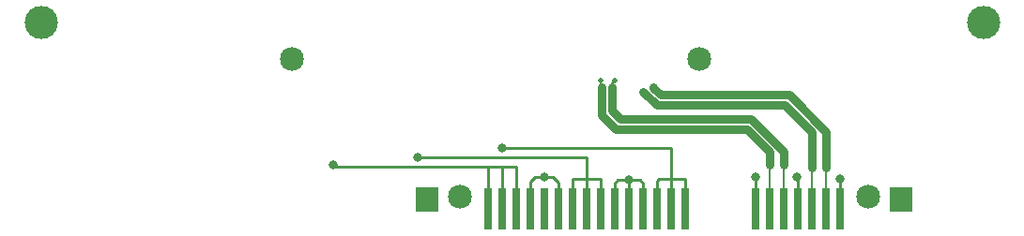
<source format=gbr>
%TF.GenerationSoftware,KiCad,Pcbnew,(5.1.9)-1*%
%TF.CreationDate,2021-04-07T17:32:18-07:00*%
%TF.ProjectId,driveCaddyAdapter,64726976-6543-4616-9464-794164617074,rev?*%
%TF.SameCoordinates,Original*%
%TF.FileFunction,Copper,L1,Top*%
%TF.FilePolarity,Positive*%
%FSLAX46Y46*%
G04 Gerber Fmt 4.6, Leading zero omitted, Abs format (unit mm)*
G04 Created by KiCad (PCBNEW (5.1.9)-1) date 2021-04-07 17:32:18*
%MOMM*%
%LPD*%
G01*
G04 APERTURE LIST*
%TA.AperFunction,ComponentPad*%
%ADD10C,3.000000*%
%TD*%
%TA.AperFunction,ComponentPad*%
%ADD11C,2.159000*%
%TD*%
%TA.AperFunction,SMDPad,CuDef*%
%ADD12R,0.660400X3.810000*%
%TD*%
%TA.AperFunction,SMDPad,CuDef*%
%ADD13R,2.159000X2.260600*%
%TD*%
%TA.AperFunction,ViaPad*%
%ADD14C,0.800000*%
%TD*%
%TA.AperFunction,ViaPad*%
%ADD15C,0.508000*%
%TD*%
%TA.AperFunction,Conductor*%
%ADD16C,0.250000*%
%TD*%
%TA.AperFunction,Conductor*%
%ADD17C,0.200000*%
%TD*%
%TA.AperFunction,Conductor*%
%ADD18C,0.770000*%
%TD*%
G04 APERTURE END LIST*
D10*
%TO.P,H2,1*%
%TO.N,GND*%
X274000000Y-67000000D03*
%TD*%
%TO.P,H1,1*%
%TO.N,GND*%
X189000000Y-67000000D03*
%TD*%
D11*
%TO.P,J2,26*%
%TO.N,N/C*%
X211599999Y-70299999D03*
%TO.P,J2,25*%
X248400001Y-70299999D03*
%TD*%
%TO.P,J1,26*%
%TO.N,N/C*%
X226799999Y-82762501D03*
%TO.P,J1,25*%
X263600001Y-82762501D03*
D12*
%TO.P,J1,22*%
%TO.N,12V*%
X229325025Y-83912501D03*
%TO.P,J1,21*%
X230595025Y-83912501D03*
%TO.P,J1,20*%
X231865025Y-83912501D03*
%TO.P,J1,19*%
%TO.N,GND*%
X233135025Y-83912501D03*
%TO.P,J1,18*%
%TO.N,Net-(J1-Pad18)*%
X234405025Y-83912501D03*
%TO.P,J1,17*%
%TO.N,GND*%
X235675025Y-83912501D03*
%TO.P,J1,16*%
%TO.N,5V*%
X236945025Y-83912501D03*
%TO.P,J1,15*%
X238215025Y-83912501D03*
%TO.P,J1,14*%
X239485025Y-83912501D03*
%TO.P,J1,13*%
%TO.N,GND*%
X240755025Y-83912501D03*
%TO.P,J1,12*%
X242025025Y-83912501D03*
%TO.P,J1,11*%
X243295025Y-83912501D03*
%TO.P,J1,10*%
%TO.N,3.3V*%
X244565025Y-83912501D03*
%TO.P,J1,9*%
X245835025Y-83912501D03*
%TO.P,J1,8*%
X247105025Y-83912501D03*
%TO.P,J1,7*%
%TO.N,GND*%
X253455025Y-83912501D03*
%TO.P,J1,6*%
%TO.N,B+*%
X254725025Y-83912501D03*
%TO.P,J1,5*%
%TO.N,B-*%
X255995025Y-83912501D03*
%TO.P,J1,4*%
%TO.N,GND*%
X257265025Y-83912501D03*
%TO.P,J1,3*%
%TO.N,A-*%
X258535025Y-83912501D03*
%TO.P,J1,2*%
%TO.N,A+*%
X259805025Y-83912501D03*
%TO.P,J1,1*%
%TO.N,GND*%
X261075025Y-83912501D03*
D13*
%TO.P,J1,24*%
%TO.N,Net-(J1-Pad24)*%
X223850005Y-83062500D03*
%TO.P,J1,23*%
%TO.N,Net-(J1-Pad23)*%
X266549995Y-83062500D03*
%TD*%
D14*
%TO.N,12V*%
X215392000Y-79883000D03*
%TO.N,GND*%
X234442000Y-81026000D03*
X242062000Y-81280000D03*
X253492000Y-81026000D03*
X257175000Y-81026000D03*
X261112000Y-81153000D03*
%TO.N,5V*%
X223012000Y-79248000D03*
%TO.N,3.3V*%
X230632000Y-78359000D03*
D15*
%TO.N,B+*%
X239522000Y-72263000D03*
%TO.N,B-*%
X240792000Y-72263000D03*
%TO.N,A-*%
X243307079Y-73271315D03*
%TO.N,A+*%
X244229479Y-72889243D03*
%TD*%
D16*
%TO.N,12V*%
X229325025Y-83912501D02*
X229325025Y-80046975D01*
X230595025Y-83912501D02*
X230595025Y-80046975D01*
X231865025Y-83912501D02*
X231865025Y-80046975D01*
X231865025Y-80046975D02*
X230595025Y-80046975D01*
X229325025Y-80046975D02*
X230595025Y-80046975D01*
X215555975Y-80046975D02*
X215392000Y-79883000D01*
X229325025Y-80046975D02*
X215555975Y-80046975D01*
%TO.N,GND*%
X235675025Y-83912501D02*
X235675025Y-82386025D01*
X235675025Y-81497025D02*
X235675025Y-83912501D01*
X235204000Y-81026000D02*
X235675025Y-81497025D01*
X233553000Y-81026000D02*
X234442000Y-81026000D01*
X233135025Y-81443975D02*
X233553000Y-81026000D01*
X233135025Y-83912501D02*
X233135025Y-81443975D01*
X234442000Y-81026000D02*
X235204000Y-81026000D01*
X240755025Y-83912501D02*
X240755025Y-81570975D01*
X243295025Y-83912501D02*
X243295025Y-81570975D01*
X243295025Y-81570975D02*
X243004050Y-81280000D01*
X241046000Y-81280000D02*
X240755025Y-81570975D01*
X242025025Y-81316975D02*
X242062000Y-81280000D01*
X242025025Y-83912501D02*
X242025025Y-81316975D01*
X242062000Y-81280000D02*
X241046000Y-81280000D01*
X243004050Y-81280000D02*
X242062000Y-81280000D01*
X242062000Y-81280000D02*
X242062000Y-81280000D01*
X253455025Y-81062975D02*
X253492000Y-81026000D01*
X253455025Y-83912501D02*
X253455025Y-81062975D01*
X257265025Y-81116025D02*
X257175000Y-81026000D01*
X257265025Y-83912501D02*
X257265025Y-81116025D01*
X261075025Y-81189975D02*
X261112000Y-81153000D01*
X261075025Y-83912501D02*
X261075025Y-81189975D01*
%TO.N,5V*%
X238252000Y-83875526D02*
X238215025Y-83912501D01*
X223012000Y-79248000D02*
X238252000Y-79248000D01*
X239485025Y-83912501D02*
X239485025Y-81189975D01*
X239448050Y-81153000D02*
X238252000Y-81153000D01*
X238252000Y-81153000D02*
X238252000Y-83875526D01*
X239485025Y-81189975D02*
X239448050Y-81153000D01*
X238252000Y-79248000D02*
X238252000Y-81153000D01*
X236945025Y-83912501D02*
X236945025Y-81189975D01*
X236982000Y-81153000D02*
X238252000Y-81153000D01*
X236945025Y-81189975D02*
X236982000Y-81153000D01*
%TO.N,3.3V*%
X230632000Y-78359000D02*
X245872000Y-78359000D01*
X245872000Y-83875526D02*
X245835025Y-83912501D01*
X244729000Y-81153000D02*
X245872000Y-81153000D01*
X245872000Y-81153000D02*
X245872000Y-83875526D01*
X245872000Y-78359000D02*
X245872000Y-81153000D01*
X247105025Y-83912501D02*
X247105025Y-81189975D01*
X247068050Y-81153000D02*
X245872000Y-81153000D01*
X247105025Y-81189975D02*
X247068050Y-81153000D01*
X244565025Y-81316975D02*
X244729000Y-81153000D01*
X244565025Y-83912501D02*
X244565025Y-81316975D01*
D17*
%TO.N,B+*%
X254725025Y-83912501D02*
X254725025Y-79919975D01*
X239522000Y-72851200D02*
X239568800Y-72898000D01*
X239522000Y-72263000D02*
X239522000Y-72851200D01*
D18*
X254725025Y-78720261D02*
X254725025Y-79919975D01*
X252665964Y-76661200D02*
X254725025Y-78720261D01*
X240854964Y-76661200D02*
X252665964Y-76661200D01*
X239568800Y-75375036D02*
X240854964Y-76661200D01*
X239568800Y-72898000D02*
X239568800Y-75375036D01*
D17*
%TO.N,B-*%
X255995025Y-83912501D02*
X255995025Y-79919975D01*
X240491200Y-72563800D02*
X240491200Y-72898000D01*
X240792000Y-72263000D02*
X240491200Y-72563800D01*
D18*
X255995025Y-78685789D02*
X255995025Y-79919975D01*
X253048036Y-75738800D02*
X255995025Y-78685789D01*
X241237036Y-75738800D02*
X253048036Y-75738800D01*
X240491200Y-74992964D02*
X241237036Y-75738800D01*
X240491200Y-72898000D02*
X240491200Y-74992964D01*
D17*
%TO.N,A-*%
X258535025Y-83912501D02*
X258535025Y-80173975D01*
D18*
X243328772Y-73293008D02*
X243307079Y-73271315D01*
X244537964Y-74502200D02*
X243328772Y-73293008D01*
X256094964Y-74502200D02*
X244537964Y-74502200D01*
X258535025Y-76942261D02*
X256094964Y-74502200D01*
X258535025Y-80173975D02*
X258535025Y-76942261D01*
X243307079Y-73271315D02*
X243307079Y-73271315D01*
D17*
%TO.N,A+*%
X259805025Y-83912501D02*
X259805025Y-80173975D01*
D18*
X244251172Y-72910936D02*
X244229479Y-72889243D01*
X244920036Y-73579800D02*
X244251172Y-72910936D01*
X256477036Y-73579800D02*
X244920036Y-73579800D01*
X259805025Y-76907789D02*
X256477036Y-73579800D01*
X259805025Y-80173975D02*
X259805025Y-76907789D01*
X244229479Y-72889243D02*
X244229479Y-72889243D01*
%TD*%
M02*

</source>
